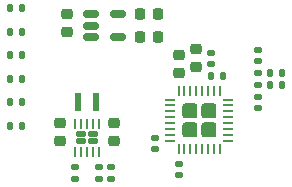
<source format=gbr>
%TF.GenerationSoftware,KiCad,Pcbnew,8.0.1*%
%TF.CreationDate,2024-04-25T00:01:52-04:00*%
%TF.ProjectId,ads1260_board,61647331-3236-4305-9f62-6f6172642e6b,rev?*%
%TF.SameCoordinates,Original*%
%TF.FileFunction,Paste,Top*%
%TF.FilePolarity,Positive*%
%FSLAX46Y46*%
G04 Gerber Fmt 4.6, Leading zero omitted, Abs format (unit mm)*
G04 Created by KiCad (PCBNEW 8.0.1) date 2024-04-25 00:01:52*
%MOMM*%
%LPD*%
G01*
G04 APERTURE LIST*
G04 Aperture macros list*
%AMRoundRect*
0 Rectangle with rounded corners*
0 $1 Rounding radius*
0 $2 $3 $4 $5 $6 $7 $8 $9 X,Y pos of 4 corners*
0 Add a 4 corners polygon primitive as box body*
4,1,4,$2,$3,$4,$5,$6,$7,$8,$9,$2,$3,0*
0 Add four circle primitives for the rounded corners*
1,1,$1+$1,$2,$3*
1,1,$1+$1,$4,$5*
1,1,$1+$1,$6,$7*
1,1,$1+$1,$8,$9*
0 Add four rect primitives between the rounded corners*
20,1,$1+$1,$2,$3,$4,$5,0*
20,1,$1+$1,$4,$5,$6,$7,0*
20,1,$1+$1,$6,$7,$8,$9,0*
20,1,$1+$1,$8,$9,$2,$3,0*%
G04 Aperture macros list end*
%ADD10RoundRect,0.225000X0.225000X0.250000X-0.225000X0.250000X-0.225000X-0.250000X0.225000X-0.250000X0*%
%ADD11RoundRect,0.140000X-0.170000X0.140000X-0.170000X-0.140000X0.170000X-0.140000X0.170000X0.140000X0*%
%ADD12RoundRect,0.150000X-0.512500X-0.150000X0.512500X-0.150000X0.512500X0.150000X-0.512500X0.150000X0*%
%ADD13RoundRect,0.062500X-0.062500X0.350000X-0.062500X-0.350000X0.062500X-0.350000X0.062500X0.350000X0*%
%ADD14RoundRect,0.120000X-0.285000X0.120000X-0.285000X-0.120000X0.285000X-0.120000X0.285000X0.120000X0*%
%ADD15RoundRect,0.062500X-0.375000X0.062500X-0.375000X-0.062500X0.375000X-0.062500X0.375000X0.062500X0*%
%ADD16RoundRect,0.062500X-0.062500X0.375000X-0.062500X-0.375000X0.062500X-0.375000X0.062500X0.375000X0*%
%ADD17RoundRect,0.250000X-0.385000X0.385000X-0.385000X-0.385000X0.385000X-0.385000X0.385000X0.385000X0*%
%ADD18RoundRect,0.135000X0.135000X0.185000X-0.135000X0.185000X-0.135000X-0.185000X0.135000X-0.185000X0*%
%ADD19RoundRect,0.135000X-0.135000X-0.185000X0.135000X-0.185000X0.135000X0.185000X-0.135000X0.185000X0*%
%ADD20RoundRect,0.135000X0.185000X-0.135000X0.185000X0.135000X-0.185000X0.135000X-0.185000X-0.135000X0*%
%ADD21RoundRect,0.135000X-0.185000X0.135000X-0.185000X-0.135000X0.185000X-0.135000X0.185000X0.135000X0*%
%ADD22R,0.550000X1.600000*%
%ADD23RoundRect,0.140000X0.170000X-0.140000X0.170000X0.140000X-0.170000X0.140000X-0.170000X-0.140000X0*%
%ADD24RoundRect,0.225000X-0.250000X0.225000X-0.250000X-0.225000X0.250000X-0.225000X0.250000X0.225000X0*%
%ADD25RoundRect,0.225000X0.250000X-0.225000X0.250000X0.225000X-0.250000X0.225000X-0.250000X-0.225000X0*%
%ADD26RoundRect,0.140000X-0.140000X-0.170000X0.140000X-0.170000X0.140000X0.170000X-0.140000X0.170000X0*%
G04 APERTURE END LIST*
D10*
%TO.C,C10*%
X129550000Y-78500000D03*
X128000000Y-78500000D03*
%TD*%
D11*
%TO.C,C4*%
X131250000Y-90160000D03*
X131250000Y-89200000D03*
%TD*%
D12*
%TO.C,U4*%
X123862500Y-76550000D03*
X123862500Y-77500000D03*
X123862500Y-78450000D03*
X126137500Y-78450000D03*
X126137500Y-76550000D03*
%TD*%
D13*
%TO.C,U2*%
X124500000Y-88212500D03*
X124000000Y-88212500D03*
X123500000Y-88212500D03*
X123000000Y-88212500D03*
X122500000Y-88212500D03*
X122500000Y-85787500D03*
X123000000Y-85787500D03*
X123500000Y-85787500D03*
X124000000Y-85787500D03*
X124500000Y-85787500D03*
D14*
X123000000Y-87300000D03*
X124000000Y-87300000D03*
X123000000Y-86700000D03*
X124000000Y-86700000D03*
%TD*%
D15*
%TO.C,U1*%
X135437500Y-83750000D03*
X135437500Y-84250000D03*
X135437500Y-84750000D03*
X135437500Y-85250000D03*
X135437500Y-85750000D03*
X135437500Y-86250000D03*
X135437500Y-86750000D03*
X135437500Y-87250000D03*
D16*
X134750000Y-87937500D03*
X134250000Y-87937500D03*
X133750000Y-87937500D03*
X133250000Y-87937500D03*
X132750000Y-87937500D03*
X132250000Y-87937500D03*
X131750000Y-87937500D03*
X131250000Y-87937500D03*
D15*
X130562500Y-87250000D03*
X130562500Y-86750000D03*
X130562500Y-86250000D03*
X130562500Y-85750000D03*
X130562500Y-85250000D03*
X130562500Y-84750000D03*
X130562500Y-84250000D03*
X130562500Y-83750000D03*
D16*
X131250000Y-83062500D03*
X131750000Y-83062500D03*
X132250000Y-83062500D03*
X132750000Y-83062500D03*
X133250000Y-83062500D03*
X133750000Y-83062500D03*
X134250000Y-83062500D03*
X134750000Y-83062500D03*
D17*
X132210000Y-86290000D03*
X133790000Y-86290000D03*
X132210000Y-84710000D03*
X133790000Y-84710000D03*
%TD*%
D18*
%TO.C,R10*%
X140010000Y-81500000D03*
X138990000Y-81500000D03*
%TD*%
D19*
%TO.C,R9*%
X138990000Y-82500000D03*
X140010000Y-82500000D03*
%TD*%
D20*
%TO.C,R8*%
X124500000Y-90510000D03*
X124500000Y-89490000D03*
%TD*%
D21*
%TO.C,R7*%
X125500000Y-90510000D03*
X125500000Y-89490000D03*
%TD*%
D19*
%TO.C,R6*%
X118010000Y-76000000D03*
X116990000Y-76000000D03*
%TD*%
%TO.C,R5*%
X116990000Y-78000000D03*
X118010000Y-78000000D03*
%TD*%
%TO.C,R4*%
X116990000Y-80000000D03*
X118010000Y-80000000D03*
%TD*%
%TO.C,R3*%
X116990000Y-82000000D03*
X118010000Y-82000000D03*
%TD*%
D18*
%TO.C,R2*%
X116990000Y-84000000D03*
X118010000Y-84000000D03*
%TD*%
D19*
%TO.C,R1*%
X116990000Y-86000000D03*
X118010000Y-86000000D03*
%TD*%
D22*
%TO.C,L1*%
X124225000Y-84000000D03*
X122775000Y-84000000D03*
%TD*%
D23*
%TO.C,C15*%
X138000000Y-80480000D03*
X138000000Y-79520000D03*
%TD*%
%TO.C,C14*%
X138000000Y-82480000D03*
X138000000Y-81520000D03*
%TD*%
%TO.C,C13*%
X138000000Y-83520000D03*
X138000000Y-84480000D03*
%TD*%
D24*
%TO.C,C12*%
X121800000Y-76500000D03*
X121800000Y-78050000D03*
%TD*%
%TO.C,C11*%
X125750000Y-87300000D03*
X125750000Y-85750000D03*
%TD*%
D10*
%TO.C,C9*%
X129550000Y-76500000D03*
X128000000Y-76500000D03*
%TD*%
D23*
%TO.C,C8*%
X122500000Y-89500000D03*
X122500000Y-90460000D03*
%TD*%
D24*
%TO.C,C7*%
X121250000Y-87300000D03*
X121250000Y-85750000D03*
%TD*%
D11*
%TO.C,C6*%
X134000000Y-80750000D03*
X134000000Y-79790000D03*
%TD*%
D25*
%TO.C,C5*%
X132750000Y-81000000D03*
X132750000Y-79450000D03*
%TD*%
D26*
%TO.C,C3*%
X134980000Y-81750000D03*
X134020000Y-81750000D03*
%TD*%
D11*
%TO.C,C2*%
X129250000Y-87000000D03*
X129250000Y-87960000D03*
%TD*%
D24*
%TO.C,C1*%
X131250000Y-79975000D03*
X131250000Y-81525000D03*
%TD*%
M02*

</source>
